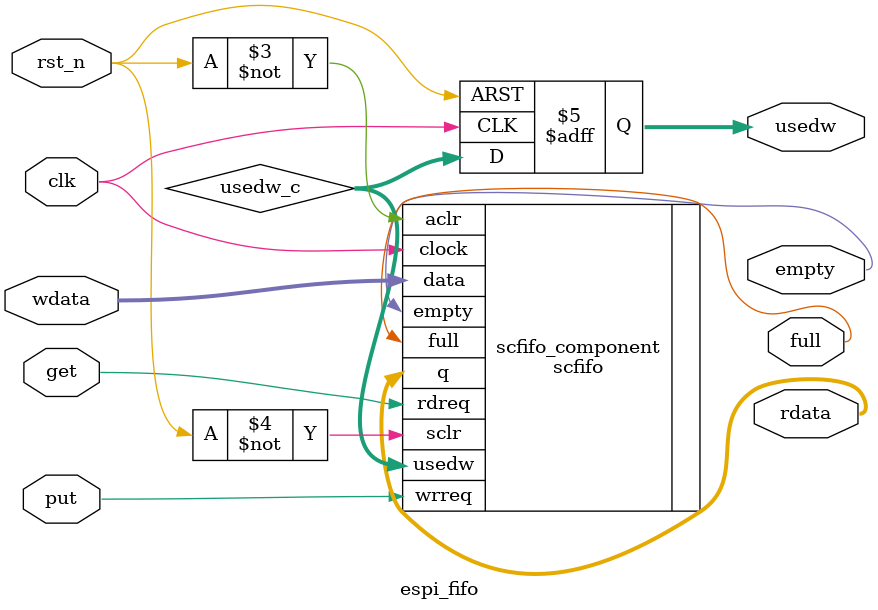
<source format=sv>


`timescale 1 ps / 1 ps
module espi_fifo #(
    parameter DSIZE  = 8,
    parameter DEPTH  = 4,
    parameter WIDTHU = 4,
    parameter FAMILY = "ARRIA V"
) (
    input                    clk,
    input                    rst_n,
    input                    put,
    input                    get,
    input  [DSIZE-1:0]       wdata,
    output logic             full,
    output logic             empty,
    output logic [WIDTHU-1:0]usedw,
    output logic [DSIZE-1:0] rdata
);


logic [WIDTHU-1:0] usedw_c;

always @(posedge clk or negedge rst_n) begin
    if (!rst_n) begin
        usedw <= {WIDTHU{1'b0}};
	end
    else begin
        usedw <= usedw_c;
	end
end

    scfifo    scfifo_component (
                .clock            (clk),
                .wrreq            (put),
                .rdreq            (get),
                .aclr             (~rst_n),
                .sclr             (~rst_n),
                .data             (wdata),
                .q                (rdata),
                .usedw            (usedw_c),
                .full             (full),
                .empty            (empty)
	);
    defparam
        scfifo_component.lpm_width = DSIZE,
        scfifo_component.lpm_widthu = WIDTHU,
        scfifo_component.intended_device_family = FAMILY,
        scfifo_component.ram_block_type = "AUTO",
        scfifo_component.lpm_numwords = DEPTH,
        scfifo_component.lpm_showahead = "OFF",
        scfifo_component.add_ram_output_register = "OFF";
endmodule

</source>
